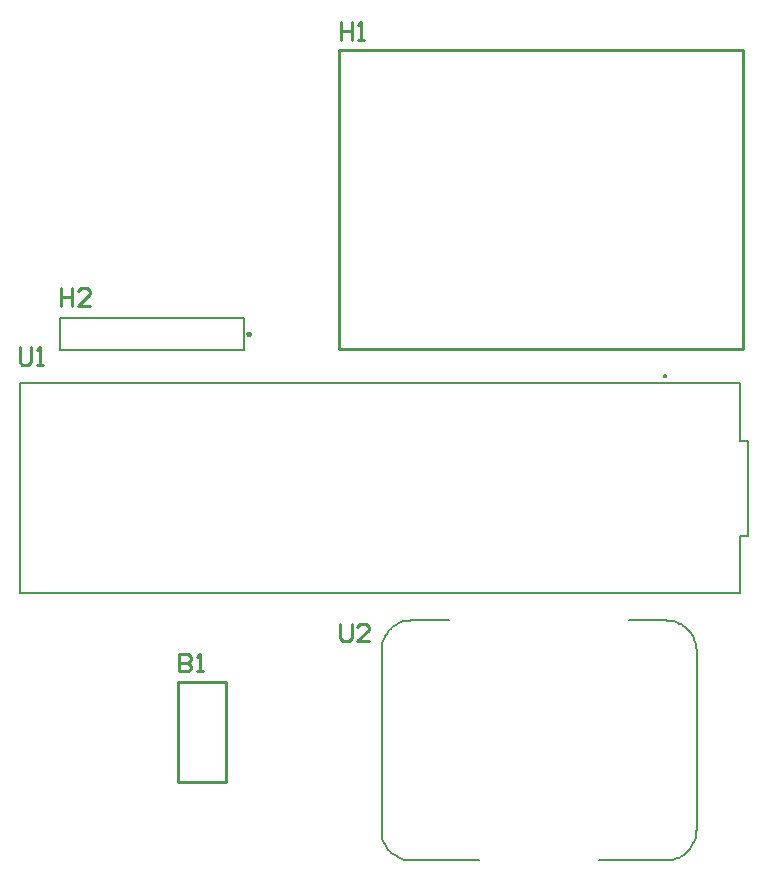
<source format=gbr>
%FSTAX23Y23*%
%MOIN*%
%SFA1B1*%

%IPPOS*%
%ADD10C,0.007874*%
%ADD11C,0.005000*%
%ADD12C,0.009843*%
%ADD13C,0.010000*%
%LNpcb1_legend_top-1*%
%LPD*%
G54D10*
X02173Y01679D02*
D01*
X02173Y01679*
X02173Y01679*
X02173Y01679*
X02173Y0168*
X02173Y0168*
X02173Y0168*
X02173Y0168*
X02173Y01681*
X02173Y01681*
X02173Y01681*
X02172Y01681*
X02172Y01681*
X02172Y01682*
X02172Y01682*
X02171Y01682*
X02171Y01682*
X02171Y01682*
X02171Y01682*
X0217Y01682*
X0217Y01682*
X0217Y01682*
X0217Y01682*
X02169*
X02169Y01682*
X02169Y01682*
X02169Y01682*
X02168Y01682*
X02168Y01682*
X02168Y01682*
X02168Y01682*
X02167Y01682*
X02167Y01682*
X02167Y01681*
X02167Y01681*
X02166Y01681*
X02166Y01681*
X02166Y01681*
X02166Y0168*
X02166Y0168*
X02166Y0168*
X02166Y0168*
X02166Y01679*
X02166Y01679*
X02166Y01679*
X02166Y01679*
X02166Y01678*
X02166Y01678*
X02166Y01678*
X02166Y01677*
X02166Y01677*
X02166Y01677*
X02166Y01677*
X02166Y01676*
X02166Y01676*
X02166Y01676*
X02167Y01676*
X02167Y01676*
X02167Y01675*
X02167Y01675*
X02168Y01675*
X02168Y01675*
X02168Y01675*
X02168Y01675*
X02169Y01675*
X02169Y01675*
X02169Y01675*
X02169Y01675*
X0217*
X0217Y01675*
X0217Y01675*
X0217Y01675*
X02171Y01675*
X02171Y01675*
X02171Y01675*
X02171Y01675*
X02172Y01675*
X02172Y01675*
X02172Y01676*
X02172Y01676*
X02173Y01676*
X02173Y01676*
X02173Y01676*
X02173Y01677*
X02173Y01677*
X02173Y01677*
X02173Y01677*
X02173Y01678*
X02173Y01678*
X02173Y01678*
X02173Y01679*
D01*
X02173Y01679*
X02173Y01679*
X02173Y01679*
X02173Y0168*
X02173Y0168*
X02173Y0168*
X02173Y0168*
X02173Y01681*
X02173Y01681*
X02173Y01681*
X02172Y01681*
X02172Y01681*
X02172Y01682*
X02172Y01682*
X02171Y01682*
X02171Y01682*
X02171Y01682*
X02171Y01682*
X0217Y01682*
X0217Y01682*
X0217Y01682*
X0217Y01682*
X02169*
X02169Y01682*
X02169Y01682*
X02169Y01682*
X02168Y01682*
X02168Y01682*
X02168Y01682*
X02168Y01682*
X02167Y01682*
X02167Y01682*
X02167Y01681*
X02167Y01681*
X02166Y01681*
X02166Y01681*
X02166Y01681*
X02166Y0168*
X02166Y0168*
X02166Y0168*
X02166Y0168*
X02166Y01679*
X02166Y01679*
X02166Y01679*
X02166Y01679*
X02166Y01678*
X02166Y01678*
X02166Y01678*
X02166Y01677*
X02166Y01677*
X02166Y01677*
X02166Y01677*
X02166Y01676*
X02166Y01676*
X02166Y01676*
X02167Y01676*
X02167Y01676*
X02167Y01675*
X02167Y01675*
X02168Y01675*
X02168Y01675*
X02168Y01675*
X02168Y01675*
X02169Y01675*
X02169Y01675*
X02169Y01675*
X02169Y01675*
X0217*
X0217Y01675*
X0217Y01675*
X0217Y01675*
X02171Y01675*
X02171Y01675*
X02171Y01675*
X02171Y01675*
X02172Y01675*
X02172Y01675*
X02172Y01676*
X02172Y01676*
X02173Y01676*
X02173Y01676*
X02173Y01676*
X02173Y01677*
X02173Y01677*
X02173Y01677*
X02173Y01677*
X02173Y01678*
X02173Y01678*
X02173Y01678*
X02173Y01679*
X00154Y01872D02*
X00765D01*
Y01767D02*
Y01872D01*
X00154Y01767D02*
X00765D01*
X00154D02*
Y01872D01*
G54D11*
X02175Y00065D02*
D01*
X02181Y00065*
X02188Y00065*
X02195Y00067*
X02202Y00068*
X02209Y00071*
X02215Y00073*
X02221Y00076*
X02227Y0008*
X02233Y00084*
X02239Y00088*
X02244Y00093*
X02249Y00098*
X02253Y00103*
X02257Y00109*
X02261Y00115*
X02264Y00121*
X02267Y00127*
X0227Y00134*
X02272Y0014*
X02273Y00147*
X02274Y00154*
X02274Y00161*
X02275Y00165*
X01225D02*
D01*
X01225Y00158*
X01225Y00151*
X01227Y00144*
X01228Y00137*
X01231Y0013*
X01233Y00124*
X01236Y00118*
X0124Y00112*
X01244Y00106*
X01248Y001*
X01253Y00095*
X01258Y0009*
X01263Y00086*
X01269Y00082*
X01275Y00078*
X01281Y00075*
X01287Y00072*
X01294Y00069*
X013Y00067*
X01307Y00066*
X01314Y00065*
X01321Y00065*
X01325Y00065*
Y00865D02*
D01*
X01318Y00864*
X01311Y00864*
X01304Y00862*
X01297Y00861*
X0129Y00858*
X01284Y00856*
X01278Y00853*
X01272Y00849*
X01266Y00845*
X0126Y00841*
X01255Y00836*
X0125Y00831*
X01246Y00826*
X01242Y0082*
X01238Y00814*
X01235Y00808*
X01232Y00802*
X01229Y00795*
X01227Y00789*
X01226Y00782*
X01225Y00775*
X01225Y00768*
X01225Y00765*
X02275D02*
D01*
X02274Y00771*
X02274Y00778*
X02272Y00785*
X02271Y00792*
X02268Y00799*
X02266Y00805*
X02263Y00811*
X02259Y00817*
X02255Y00823*
X02251Y00829*
X02246Y00834*
X02241Y00839*
X02236Y00843*
X0223Y00847*
X02225Y00851*
X02218Y00854*
X02212Y00857*
X02205Y0086*
X02199Y00862*
X02192Y00863*
X02185Y00864*
X02178Y00864*
X02175Y00865*
X0242Y00955D02*
Y01146D01*
Y01463D02*
Y01655D01*
X02447Y01146D02*
Y01463D01*
X0242Y01146D02*
X02447D01*
X0242Y01463D02*
X02447D01*
X0002Y01655D02*
X0242D01*
X0002Y00955D02*
Y01655D01*
Y00955D02*
X0242D01*
X0195Y00065D02*
X02175D01*
X01325D02*
X01549D01*
X0205Y00865D02*
X02175D01*
X01325D02*
X01449D01*
X02275Y00165D02*
Y00765D01*
X01225Y00165D02*
Y00765D01*
G54D12*
X00788Y0182D02*
D01*
X00788Y0182*
X00788Y0182*
X00788Y01821*
X00788Y01821*
X00788Y01821*
X00788Y01822*
X00787Y01822*
X00787Y01822*
X00787Y01822*
X00787Y01823*
X00787Y01823*
X00786Y01823*
X00786Y01823*
X00786Y01824*
X00786Y01824*
X00785Y01824*
X00785Y01824*
X00785Y01824*
X00784Y01824*
X00784Y01824*
X00784Y01824*
X00783Y01824*
X00783*
X00783Y01824*
X00782Y01824*
X00782Y01824*
X00782Y01824*
X00781Y01824*
X00781Y01824*
X00781Y01824*
X0078Y01824*
X0078Y01823*
X0078Y01823*
X0078Y01823*
X00779Y01823*
X00779Y01822*
X00779Y01822*
X00779Y01822*
X00779Y01822*
X00778Y01821*
X00778Y01821*
X00778Y01821*
X00778Y0182*
X00778Y0182*
X00778Y0182*
X00778Y01819*
X00778Y01819*
X00778Y01818*
X00778Y01818*
X00778Y01818*
X00779Y01817*
X00779Y01817*
X00779Y01817*
X00779Y01817*
X00779Y01816*
X0078Y01816*
X0078Y01816*
X0078Y01816*
X0078Y01815*
X00781Y01815*
X00781Y01815*
X00781Y01815*
X00782Y01815*
X00782Y01815*
X00782Y01815*
X00783Y01815*
X00783Y01815*
X00783*
X00784Y01815*
X00784Y01815*
X00784Y01815*
X00785Y01815*
X00785Y01815*
X00785Y01815*
X00786Y01815*
X00786Y01815*
X00786Y01816*
X00786Y01816*
X00787Y01816*
X00787Y01816*
X00787Y01817*
X00787Y01817*
X00787Y01817*
X00788Y01817*
X00788Y01818*
X00788Y01818*
X00788Y01818*
X00788Y01819*
X00788Y01819*
X00788Y0182*
G54D13*
X00545Y00325D02*
X00705D01*
X00545Y0066D02*
X00705D01*
X00545Y00325D02*
Y0066D01*
X00705Y00325D02*
Y0066D01*
X01083Y01768D02*
X0243D01*
X01083Y02765D02*
X0243D01*
X01083Y01768D02*
Y02765D01*
X0243Y01768D02*
Y02765D01*
X00155Y01971D02*
Y01912D01*
Y01941*
X00194*
Y01971*
Y01912*
X00254D02*
X00214D01*
X00254Y01951*
Y01961*
X00244Y01971*
X00224*
X00214Y01961*
X0055Y00754D02*
Y00695D01*
X00579*
X00589Y00704*
Y00714*
X00579Y00724*
X0055*
X00579*
X00589Y00734*
Y00744*
X00579Y00754*
X0055*
X00609Y00695D02*
X00629D01*
X00619*
Y00754*
X00609Y00744*
X01085Y00854D02*
Y00805D01*
X01095Y00795*
X01115*
X01125Y00805*
Y00854*
X01184Y00795D02*
X01144D01*
X01184Y00834*
Y00844*
X01174Y00854*
X01154*
X01144Y00844*
X00019Y01776D02*
Y01726D01*
X00028Y01717*
X00048*
X00058Y01726*
Y01776*
X00078Y01717D02*
X00098D01*
X00088*
Y01776*
X00078Y01766*
X01089Y02859D02*
Y028D01*
Y02829*
X01128*
Y02859*
Y028*
X01148D02*
X01168D01*
X01158*
Y02859*
X01148Y02849*
M02*
</source>
